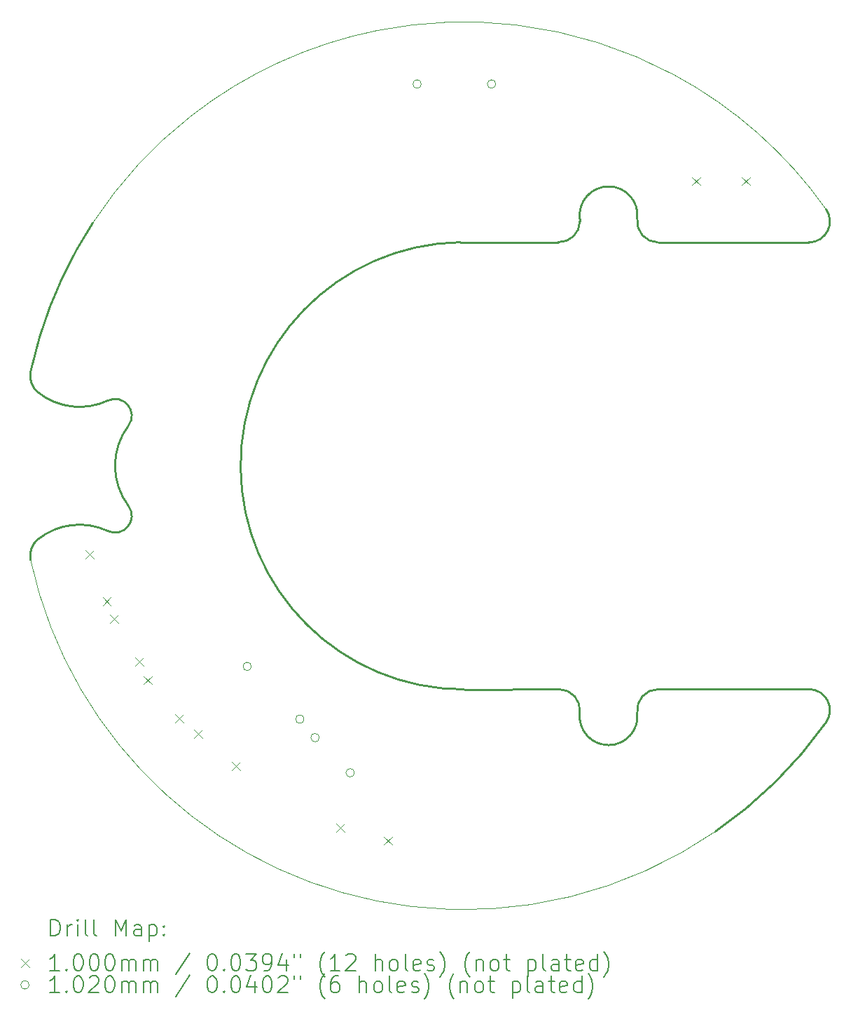
<source format=gbr>
%TF.GenerationSoftware,KiCad,Pcbnew,7.0.10*%
%TF.CreationDate,2024-08-19T09:52:39-07:00*%
%TF.ProjectId,LCP_PowerControl,4c43505f-506f-4776-9572-436f6e74726f,rev?*%
%TF.SameCoordinates,Original*%
%TF.FileFunction,Drillmap*%
%TF.FilePolarity,Positive*%
%FSLAX45Y45*%
G04 Gerber Fmt 4.5, Leading zero omitted, Abs format (unit mm)*
G04 Created by KiCad (PCBNEW 7.0.10) date 2024-08-19 09:52:39*
%MOMM*%
%LPD*%
G01*
G04 APERTURE LIST*
%ADD10C,0.250000*%
%ADD11C,0.100000*%
%ADD12C,0.200000*%
%ADD13C,0.102000*%
G04 APERTURE END LIST*
D10*
X6971539Y-8743220D02*
G75*
G03*
X7061774Y-8996096I248201J-53971D01*
G01*
X13609785Y-6899631D02*
X13609780Y-6927836D01*
X12166600Y-7181851D02*
G75*
G03*
X12211050Y-12583703I44450J-2700743D01*
G01*
X7905229Y-10670491D02*
G75*
G03*
X7061774Y-10769092I-342179J-729779D01*
G01*
X7905230Y-10670489D02*
G75*
G03*
X8152971Y-10366012I85876J183153D01*
G01*
X16379084Y-12581344D02*
X14557012Y-12581344D01*
X12166600Y-7181850D02*
X13347700Y-7181850D01*
X8152971Y-9399175D02*
G75*
G03*
X8152971Y-10366012I644954J-483419D01*
G01*
X13357588Y-12581344D02*
X12211050Y-12583703D01*
X7080250Y-8324850D02*
G75*
G03*
X6971446Y-8743199I5130800J-1557740D01*
G01*
X13347700Y-7181844D02*
G75*
G03*
X13609780Y-6927836I9890J252004D01*
G01*
X14557012Y-12581341D02*
G75*
G03*
X14304815Y-12865556I-2J-253999D01*
G01*
D11*
X16586347Y-6783013D02*
G75*
G03*
X14751942Y-5160892I-4375297J-3099587D01*
G01*
D10*
X14557012Y-7183844D02*
X16379084Y-7183844D01*
X14304815Y-6899631D02*
G75*
G03*
X13609785Y-6899631I-347515J41631D01*
G01*
X13609782Y-12865556D02*
G75*
G03*
X13357588Y-12581344I-252193J30216D01*
G01*
D11*
X8916138Y-5652447D02*
G75*
G03*
X7723383Y-6948066I3294912J-4230153D01*
G01*
X12839896Y-4557638D02*
G75*
G03*
X11163530Y-4623953I-628846J-5324962D01*
G01*
D10*
X7723383Y-6948066D02*
G75*
G03*
X7080346Y-8324879I4487667J-2934528D01*
G01*
D11*
X14751942Y-5160892D02*
G75*
G03*
X12839896Y-4557638I-2540892J-4721698D01*
G01*
D10*
X16584049Y-12985396D02*
G75*
G03*
X16379084Y-12581314I-204969J150056D01*
G01*
X8152973Y-9399177D02*
G75*
G03*
X7905230Y-9094699I-161863J121327D01*
G01*
X15250653Y-14299768D02*
G75*
G03*
X16584056Y-12985402I-3039603J4417168D01*
G01*
X7061773Y-8996098D02*
G75*
G03*
X7905230Y-9094699I501277J631178D01*
G01*
X16379084Y-7183841D02*
G75*
G03*
X16586345Y-6783014I-4J254002D01*
G01*
X13609785Y-12865556D02*
G75*
G03*
X14304788Y-12865329I347515J-41631D01*
G01*
X14304809Y-6899631D02*
G75*
G03*
X14557012Y-7183844I252201J-30209D01*
G01*
D11*
X11163530Y-4623952D02*
G75*
G03*
X8916137Y-5652446I1047520J-5258638D01*
G01*
D10*
X7061774Y-10769092D02*
G75*
G03*
X6971543Y-11021967I157969J-198902D01*
G01*
D11*
X11569610Y-15206046D02*
G75*
G03*
X15250652Y-14299767I641440J5323456D01*
G01*
X6971543Y-11021967D02*
G75*
G03*
X11569610Y-15206047I5239507J1139373D01*
G01*
D12*
D11*
X7636973Y-10904916D02*
X7736973Y-11004916D01*
X7736973Y-10904916D02*
X7636973Y-11004916D01*
X7842185Y-11468732D02*
X7942185Y-11568732D01*
X7942185Y-11468732D02*
X7842185Y-11568732D01*
X7933934Y-11680112D02*
X8033934Y-11780112D01*
X8033934Y-11680112D02*
X7933934Y-11780112D01*
X8233934Y-12199728D02*
X8333934Y-12299728D01*
X8333934Y-12199728D02*
X8233934Y-12299728D01*
X8334305Y-12423468D02*
X8434305Y-12523468D01*
X8434305Y-12423468D02*
X8334305Y-12523468D01*
X8719978Y-12883095D02*
X8819978Y-12983095D01*
X8819978Y-12883095D02*
X8719978Y-12983095D01*
X8947265Y-13072282D02*
X9047265Y-13172282D01*
X9047265Y-13072282D02*
X8947265Y-13172282D01*
X9406892Y-13457955D02*
X9506892Y-13557955D01*
X9506892Y-13457955D02*
X9406892Y-13557955D01*
X10663877Y-14205999D02*
X10763877Y-14305999D01*
X10763877Y-14205999D02*
X10663877Y-14305999D01*
X11243432Y-14361291D02*
X11343432Y-14461291D01*
X11343432Y-14361291D02*
X11243432Y-14461291D01*
X14966200Y-6394950D02*
X15066200Y-6494950D01*
X15066200Y-6394950D02*
X14966200Y-6494950D01*
X15566200Y-6394950D02*
X15666200Y-6494950D01*
X15666200Y-6394950D02*
X15566200Y-6494950D01*
D13*
X9640268Y-12306468D02*
G75*
G03*
X9538268Y-12306468I-51000J0D01*
G01*
X9538268Y-12306468D02*
G75*
G03*
X9640268Y-12306468I51000J0D01*
G01*
X10276664Y-12942864D02*
G75*
G03*
X10174664Y-12942864I-51000J0D01*
G01*
X10174664Y-12942864D02*
G75*
G03*
X10276664Y-12942864I51000J0D01*
G01*
X10460268Y-13166468D02*
G75*
G03*
X10358268Y-13166468I-51000J0D01*
G01*
X10358268Y-13166468D02*
G75*
G03*
X10460268Y-13166468I51000J0D01*
G01*
X10884532Y-13590732D02*
G75*
G03*
X10782532Y-13590732I-51000J0D01*
G01*
X10782532Y-13590732D02*
G75*
G03*
X10884532Y-13590732I51000J0D01*
G01*
X11694080Y-5270800D02*
G75*
G03*
X11592080Y-5270800I-51000J0D01*
G01*
X11592080Y-5270800D02*
G75*
G03*
X11694080Y-5270800I51000J0D01*
G01*
X12594080Y-5270800D02*
G75*
G03*
X12492080Y-5270800I-51000J0D01*
G01*
X12492080Y-5270800D02*
G75*
G03*
X12594080Y-5270800I51000J0D01*
G01*
D12*
X7214016Y-15561036D02*
X7214016Y-15361036D01*
X7214016Y-15361036D02*
X7261635Y-15361036D01*
X7261635Y-15361036D02*
X7290206Y-15370559D01*
X7290206Y-15370559D02*
X7309254Y-15389607D01*
X7309254Y-15389607D02*
X7318778Y-15408655D01*
X7318778Y-15408655D02*
X7328301Y-15446750D01*
X7328301Y-15446750D02*
X7328301Y-15475321D01*
X7328301Y-15475321D02*
X7318778Y-15513417D01*
X7318778Y-15513417D02*
X7309254Y-15532464D01*
X7309254Y-15532464D02*
X7290206Y-15551512D01*
X7290206Y-15551512D02*
X7261635Y-15561036D01*
X7261635Y-15561036D02*
X7214016Y-15561036D01*
X7414016Y-15561036D02*
X7414016Y-15427702D01*
X7414016Y-15465798D02*
X7423539Y-15446750D01*
X7423539Y-15446750D02*
X7433063Y-15437226D01*
X7433063Y-15437226D02*
X7452111Y-15427702D01*
X7452111Y-15427702D02*
X7471159Y-15427702D01*
X7537825Y-15561036D02*
X7537825Y-15427702D01*
X7537825Y-15361036D02*
X7528301Y-15370559D01*
X7528301Y-15370559D02*
X7537825Y-15380083D01*
X7537825Y-15380083D02*
X7547349Y-15370559D01*
X7547349Y-15370559D02*
X7537825Y-15361036D01*
X7537825Y-15361036D02*
X7537825Y-15380083D01*
X7661635Y-15561036D02*
X7642587Y-15551512D01*
X7642587Y-15551512D02*
X7633063Y-15532464D01*
X7633063Y-15532464D02*
X7633063Y-15361036D01*
X7766397Y-15561036D02*
X7747349Y-15551512D01*
X7747349Y-15551512D02*
X7737825Y-15532464D01*
X7737825Y-15532464D02*
X7737825Y-15361036D01*
X7994968Y-15561036D02*
X7994968Y-15361036D01*
X7994968Y-15361036D02*
X8061635Y-15503893D01*
X8061635Y-15503893D02*
X8128301Y-15361036D01*
X8128301Y-15361036D02*
X8128301Y-15561036D01*
X8309254Y-15561036D02*
X8309254Y-15456274D01*
X8309254Y-15456274D02*
X8299730Y-15437226D01*
X8299730Y-15437226D02*
X8280682Y-15427702D01*
X8280682Y-15427702D02*
X8242587Y-15427702D01*
X8242587Y-15427702D02*
X8223539Y-15437226D01*
X8309254Y-15551512D02*
X8290206Y-15561036D01*
X8290206Y-15561036D02*
X8242587Y-15561036D01*
X8242587Y-15561036D02*
X8223539Y-15551512D01*
X8223539Y-15551512D02*
X8214016Y-15532464D01*
X8214016Y-15532464D02*
X8214016Y-15513417D01*
X8214016Y-15513417D02*
X8223539Y-15494369D01*
X8223539Y-15494369D02*
X8242587Y-15484845D01*
X8242587Y-15484845D02*
X8290206Y-15484845D01*
X8290206Y-15484845D02*
X8309254Y-15475321D01*
X8404492Y-15427702D02*
X8404492Y-15627702D01*
X8404492Y-15437226D02*
X8423540Y-15427702D01*
X8423540Y-15427702D02*
X8461635Y-15427702D01*
X8461635Y-15427702D02*
X8480682Y-15437226D01*
X8480682Y-15437226D02*
X8490206Y-15446750D01*
X8490206Y-15446750D02*
X8499730Y-15465798D01*
X8499730Y-15465798D02*
X8499730Y-15522940D01*
X8499730Y-15522940D02*
X8490206Y-15541988D01*
X8490206Y-15541988D02*
X8480682Y-15551512D01*
X8480682Y-15551512D02*
X8461635Y-15561036D01*
X8461635Y-15561036D02*
X8423540Y-15561036D01*
X8423540Y-15561036D02*
X8404492Y-15551512D01*
X8585444Y-15541988D02*
X8594968Y-15551512D01*
X8594968Y-15551512D02*
X8585444Y-15561036D01*
X8585444Y-15561036D02*
X8575921Y-15551512D01*
X8575921Y-15551512D02*
X8585444Y-15541988D01*
X8585444Y-15541988D02*
X8585444Y-15561036D01*
X8585444Y-15437226D02*
X8594968Y-15446750D01*
X8594968Y-15446750D02*
X8585444Y-15456274D01*
X8585444Y-15456274D02*
X8575921Y-15446750D01*
X8575921Y-15446750D02*
X8585444Y-15437226D01*
X8585444Y-15437226D02*
X8585444Y-15456274D01*
D11*
X6853239Y-15839552D02*
X6953239Y-15939552D01*
X6953239Y-15839552D02*
X6853239Y-15939552D01*
D12*
X7318778Y-15981036D02*
X7204492Y-15981036D01*
X7261635Y-15981036D02*
X7261635Y-15781036D01*
X7261635Y-15781036D02*
X7242587Y-15809607D01*
X7242587Y-15809607D02*
X7223539Y-15828655D01*
X7223539Y-15828655D02*
X7204492Y-15838178D01*
X7404492Y-15961988D02*
X7414016Y-15971512D01*
X7414016Y-15971512D02*
X7404492Y-15981036D01*
X7404492Y-15981036D02*
X7394968Y-15971512D01*
X7394968Y-15971512D02*
X7404492Y-15961988D01*
X7404492Y-15961988D02*
X7404492Y-15981036D01*
X7537825Y-15781036D02*
X7556873Y-15781036D01*
X7556873Y-15781036D02*
X7575920Y-15790559D01*
X7575920Y-15790559D02*
X7585444Y-15800083D01*
X7585444Y-15800083D02*
X7594968Y-15819131D01*
X7594968Y-15819131D02*
X7604492Y-15857226D01*
X7604492Y-15857226D02*
X7604492Y-15904845D01*
X7604492Y-15904845D02*
X7594968Y-15942940D01*
X7594968Y-15942940D02*
X7585444Y-15961988D01*
X7585444Y-15961988D02*
X7575920Y-15971512D01*
X7575920Y-15971512D02*
X7556873Y-15981036D01*
X7556873Y-15981036D02*
X7537825Y-15981036D01*
X7537825Y-15981036D02*
X7518778Y-15971512D01*
X7518778Y-15971512D02*
X7509254Y-15961988D01*
X7509254Y-15961988D02*
X7499730Y-15942940D01*
X7499730Y-15942940D02*
X7490206Y-15904845D01*
X7490206Y-15904845D02*
X7490206Y-15857226D01*
X7490206Y-15857226D02*
X7499730Y-15819131D01*
X7499730Y-15819131D02*
X7509254Y-15800083D01*
X7509254Y-15800083D02*
X7518778Y-15790559D01*
X7518778Y-15790559D02*
X7537825Y-15781036D01*
X7728301Y-15781036D02*
X7747349Y-15781036D01*
X7747349Y-15781036D02*
X7766397Y-15790559D01*
X7766397Y-15790559D02*
X7775920Y-15800083D01*
X7775920Y-15800083D02*
X7785444Y-15819131D01*
X7785444Y-15819131D02*
X7794968Y-15857226D01*
X7794968Y-15857226D02*
X7794968Y-15904845D01*
X7794968Y-15904845D02*
X7785444Y-15942940D01*
X7785444Y-15942940D02*
X7775920Y-15961988D01*
X7775920Y-15961988D02*
X7766397Y-15971512D01*
X7766397Y-15971512D02*
X7747349Y-15981036D01*
X7747349Y-15981036D02*
X7728301Y-15981036D01*
X7728301Y-15981036D02*
X7709254Y-15971512D01*
X7709254Y-15971512D02*
X7699730Y-15961988D01*
X7699730Y-15961988D02*
X7690206Y-15942940D01*
X7690206Y-15942940D02*
X7680682Y-15904845D01*
X7680682Y-15904845D02*
X7680682Y-15857226D01*
X7680682Y-15857226D02*
X7690206Y-15819131D01*
X7690206Y-15819131D02*
X7699730Y-15800083D01*
X7699730Y-15800083D02*
X7709254Y-15790559D01*
X7709254Y-15790559D02*
X7728301Y-15781036D01*
X7918778Y-15781036D02*
X7937825Y-15781036D01*
X7937825Y-15781036D02*
X7956873Y-15790559D01*
X7956873Y-15790559D02*
X7966397Y-15800083D01*
X7966397Y-15800083D02*
X7975920Y-15819131D01*
X7975920Y-15819131D02*
X7985444Y-15857226D01*
X7985444Y-15857226D02*
X7985444Y-15904845D01*
X7985444Y-15904845D02*
X7975920Y-15942940D01*
X7975920Y-15942940D02*
X7966397Y-15961988D01*
X7966397Y-15961988D02*
X7956873Y-15971512D01*
X7956873Y-15971512D02*
X7937825Y-15981036D01*
X7937825Y-15981036D02*
X7918778Y-15981036D01*
X7918778Y-15981036D02*
X7899730Y-15971512D01*
X7899730Y-15971512D02*
X7890206Y-15961988D01*
X7890206Y-15961988D02*
X7880682Y-15942940D01*
X7880682Y-15942940D02*
X7871159Y-15904845D01*
X7871159Y-15904845D02*
X7871159Y-15857226D01*
X7871159Y-15857226D02*
X7880682Y-15819131D01*
X7880682Y-15819131D02*
X7890206Y-15800083D01*
X7890206Y-15800083D02*
X7899730Y-15790559D01*
X7899730Y-15790559D02*
X7918778Y-15781036D01*
X8071159Y-15981036D02*
X8071159Y-15847702D01*
X8071159Y-15866750D02*
X8080682Y-15857226D01*
X8080682Y-15857226D02*
X8099730Y-15847702D01*
X8099730Y-15847702D02*
X8128301Y-15847702D01*
X8128301Y-15847702D02*
X8147349Y-15857226D01*
X8147349Y-15857226D02*
X8156873Y-15876274D01*
X8156873Y-15876274D02*
X8156873Y-15981036D01*
X8156873Y-15876274D02*
X8166397Y-15857226D01*
X8166397Y-15857226D02*
X8185444Y-15847702D01*
X8185444Y-15847702D02*
X8214016Y-15847702D01*
X8214016Y-15847702D02*
X8233063Y-15857226D01*
X8233063Y-15857226D02*
X8242587Y-15876274D01*
X8242587Y-15876274D02*
X8242587Y-15981036D01*
X8337825Y-15981036D02*
X8337825Y-15847702D01*
X8337825Y-15866750D02*
X8347349Y-15857226D01*
X8347349Y-15857226D02*
X8366397Y-15847702D01*
X8366397Y-15847702D02*
X8394968Y-15847702D01*
X8394968Y-15847702D02*
X8414016Y-15857226D01*
X8414016Y-15857226D02*
X8423540Y-15876274D01*
X8423540Y-15876274D02*
X8423540Y-15981036D01*
X8423540Y-15876274D02*
X8433063Y-15857226D01*
X8433063Y-15857226D02*
X8452111Y-15847702D01*
X8452111Y-15847702D02*
X8480682Y-15847702D01*
X8480682Y-15847702D02*
X8499730Y-15857226D01*
X8499730Y-15857226D02*
X8509254Y-15876274D01*
X8509254Y-15876274D02*
X8509254Y-15981036D01*
X8899730Y-15771512D02*
X8728302Y-16028655D01*
X9156873Y-15781036D02*
X9175921Y-15781036D01*
X9175921Y-15781036D02*
X9194968Y-15790559D01*
X9194968Y-15790559D02*
X9204492Y-15800083D01*
X9204492Y-15800083D02*
X9214016Y-15819131D01*
X9214016Y-15819131D02*
X9223540Y-15857226D01*
X9223540Y-15857226D02*
X9223540Y-15904845D01*
X9223540Y-15904845D02*
X9214016Y-15942940D01*
X9214016Y-15942940D02*
X9204492Y-15961988D01*
X9204492Y-15961988D02*
X9194968Y-15971512D01*
X9194968Y-15971512D02*
X9175921Y-15981036D01*
X9175921Y-15981036D02*
X9156873Y-15981036D01*
X9156873Y-15981036D02*
X9137825Y-15971512D01*
X9137825Y-15971512D02*
X9128302Y-15961988D01*
X9128302Y-15961988D02*
X9118778Y-15942940D01*
X9118778Y-15942940D02*
X9109254Y-15904845D01*
X9109254Y-15904845D02*
X9109254Y-15857226D01*
X9109254Y-15857226D02*
X9118778Y-15819131D01*
X9118778Y-15819131D02*
X9128302Y-15800083D01*
X9128302Y-15800083D02*
X9137825Y-15790559D01*
X9137825Y-15790559D02*
X9156873Y-15781036D01*
X9309254Y-15961988D02*
X9318778Y-15971512D01*
X9318778Y-15971512D02*
X9309254Y-15981036D01*
X9309254Y-15981036D02*
X9299730Y-15971512D01*
X9299730Y-15971512D02*
X9309254Y-15961988D01*
X9309254Y-15961988D02*
X9309254Y-15981036D01*
X9442587Y-15781036D02*
X9461635Y-15781036D01*
X9461635Y-15781036D02*
X9480683Y-15790559D01*
X9480683Y-15790559D02*
X9490206Y-15800083D01*
X9490206Y-15800083D02*
X9499730Y-15819131D01*
X9499730Y-15819131D02*
X9509254Y-15857226D01*
X9509254Y-15857226D02*
X9509254Y-15904845D01*
X9509254Y-15904845D02*
X9499730Y-15942940D01*
X9499730Y-15942940D02*
X9490206Y-15961988D01*
X9490206Y-15961988D02*
X9480683Y-15971512D01*
X9480683Y-15971512D02*
X9461635Y-15981036D01*
X9461635Y-15981036D02*
X9442587Y-15981036D01*
X9442587Y-15981036D02*
X9423540Y-15971512D01*
X9423540Y-15971512D02*
X9414016Y-15961988D01*
X9414016Y-15961988D02*
X9404492Y-15942940D01*
X9404492Y-15942940D02*
X9394968Y-15904845D01*
X9394968Y-15904845D02*
X9394968Y-15857226D01*
X9394968Y-15857226D02*
X9404492Y-15819131D01*
X9404492Y-15819131D02*
X9414016Y-15800083D01*
X9414016Y-15800083D02*
X9423540Y-15790559D01*
X9423540Y-15790559D02*
X9442587Y-15781036D01*
X9575921Y-15781036D02*
X9699730Y-15781036D01*
X9699730Y-15781036D02*
X9633064Y-15857226D01*
X9633064Y-15857226D02*
X9661635Y-15857226D01*
X9661635Y-15857226D02*
X9680683Y-15866750D01*
X9680683Y-15866750D02*
X9690206Y-15876274D01*
X9690206Y-15876274D02*
X9699730Y-15895321D01*
X9699730Y-15895321D02*
X9699730Y-15942940D01*
X9699730Y-15942940D02*
X9690206Y-15961988D01*
X9690206Y-15961988D02*
X9680683Y-15971512D01*
X9680683Y-15971512D02*
X9661635Y-15981036D01*
X9661635Y-15981036D02*
X9604492Y-15981036D01*
X9604492Y-15981036D02*
X9585445Y-15971512D01*
X9585445Y-15971512D02*
X9575921Y-15961988D01*
X9794968Y-15981036D02*
X9833064Y-15981036D01*
X9833064Y-15981036D02*
X9852111Y-15971512D01*
X9852111Y-15971512D02*
X9861635Y-15961988D01*
X9861635Y-15961988D02*
X9880683Y-15933417D01*
X9880683Y-15933417D02*
X9890206Y-15895321D01*
X9890206Y-15895321D02*
X9890206Y-15819131D01*
X9890206Y-15819131D02*
X9880683Y-15800083D01*
X9880683Y-15800083D02*
X9871159Y-15790559D01*
X9871159Y-15790559D02*
X9852111Y-15781036D01*
X9852111Y-15781036D02*
X9814016Y-15781036D01*
X9814016Y-15781036D02*
X9794968Y-15790559D01*
X9794968Y-15790559D02*
X9785445Y-15800083D01*
X9785445Y-15800083D02*
X9775921Y-15819131D01*
X9775921Y-15819131D02*
X9775921Y-15866750D01*
X9775921Y-15866750D02*
X9785445Y-15885798D01*
X9785445Y-15885798D02*
X9794968Y-15895321D01*
X9794968Y-15895321D02*
X9814016Y-15904845D01*
X9814016Y-15904845D02*
X9852111Y-15904845D01*
X9852111Y-15904845D02*
X9871159Y-15895321D01*
X9871159Y-15895321D02*
X9880683Y-15885798D01*
X9880683Y-15885798D02*
X9890206Y-15866750D01*
X10061635Y-15847702D02*
X10061635Y-15981036D01*
X10014016Y-15771512D02*
X9966397Y-15914369D01*
X9966397Y-15914369D02*
X10090206Y-15914369D01*
X10156873Y-15781036D02*
X10156873Y-15819131D01*
X10233064Y-15781036D02*
X10233064Y-15819131D01*
X10528302Y-16057226D02*
X10518778Y-16047702D01*
X10518778Y-16047702D02*
X10499730Y-16019131D01*
X10499730Y-16019131D02*
X10490207Y-16000083D01*
X10490207Y-16000083D02*
X10480683Y-15971512D01*
X10480683Y-15971512D02*
X10471159Y-15923893D01*
X10471159Y-15923893D02*
X10471159Y-15885798D01*
X10471159Y-15885798D02*
X10480683Y-15838178D01*
X10480683Y-15838178D02*
X10490207Y-15809607D01*
X10490207Y-15809607D02*
X10499730Y-15790559D01*
X10499730Y-15790559D02*
X10518778Y-15761988D01*
X10518778Y-15761988D02*
X10528302Y-15752464D01*
X10709254Y-15981036D02*
X10594968Y-15981036D01*
X10652111Y-15981036D02*
X10652111Y-15781036D01*
X10652111Y-15781036D02*
X10633064Y-15809607D01*
X10633064Y-15809607D02*
X10614016Y-15828655D01*
X10614016Y-15828655D02*
X10594968Y-15838178D01*
X10785445Y-15800083D02*
X10794968Y-15790559D01*
X10794968Y-15790559D02*
X10814016Y-15781036D01*
X10814016Y-15781036D02*
X10861635Y-15781036D01*
X10861635Y-15781036D02*
X10880683Y-15790559D01*
X10880683Y-15790559D02*
X10890207Y-15800083D01*
X10890207Y-15800083D02*
X10899730Y-15819131D01*
X10899730Y-15819131D02*
X10899730Y-15838178D01*
X10899730Y-15838178D02*
X10890207Y-15866750D01*
X10890207Y-15866750D02*
X10775921Y-15981036D01*
X10775921Y-15981036D02*
X10899730Y-15981036D01*
X11137826Y-15981036D02*
X11137826Y-15781036D01*
X11223540Y-15981036D02*
X11223540Y-15876274D01*
X11223540Y-15876274D02*
X11214016Y-15857226D01*
X11214016Y-15857226D02*
X11194968Y-15847702D01*
X11194968Y-15847702D02*
X11166397Y-15847702D01*
X11166397Y-15847702D02*
X11147349Y-15857226D01*
X11147349Y-15857226D02*
X11137826Y-15866750D01*
X11347349Y-15981036D02*
X11328302Y-15971512D01*
X11328302Y-15971512D02*
X11318778Y-15961988D01*
X11318778Y-15961988D02*
X11309254Y-15942940D01*
X11309254Y-15942940D02*
X11309254Y-15885798D01*
X11309254Y-15885798D02*
X11318778Y-15866750D01*
X11318778Y-15866750D02*
X11328302Y-15857226D01*
X11328302Y-15857226D02*
X11347349Y-15847702D01*
X11347349Y-15847702D02*
X11375921Y-15847702D01*
X11375921Y-15847702D02*
X11394968Y-15857226D01*
X11394968Y-15857226D02*
X11404492Y-15866750D01*
X11404492Y-15866750D02*
X11414016Y-15885798D01*
X11414016Y-15885798D02*
X11414016Y-15942940D01*
X11414016Y-15942940D02*
X11404492Y-15961988D01*
X11404492Y-15961988D02*
X11394968Y-15971512D01*
X11394968Y-15971512D02*
X11375921Y-15981036D01*
X11375921Y-15981036D02*
X11347349Y-15981036D01*
X11528302Y-15981036D02*
X11509254Y-15971512D01*
X11509254Y-15971512D02*
X11499730Y-15952464D01*
X11499730Y-15952464D02*
X11499730Y-15781036D01*
X11680683Y-15971512D02*
X11661635Y-15981036D01*
X11661635Y-15981036D02*
X11623540Y-15981036D01*
X11623540Y-15981036D02*
X11604492Y-15971512D01*
X11604492Y-15971512D02*
X11594968Y-15952464D01*
X11594968Y-15952464D02*
X11594968Y-15876274D01*
X11594968Y-15876274D02*
X11604492Y-15857226D01*
X11604492Y-15857226D02*
X11623540Y-15847702D01*
X11623540Y-15847702D02*
X11661635Y-15847702D01*
X11661635Y-15847702D02*
X11680683Y-15857226D01*
X11680683Y-15857226D02*
X11690207Y-15876274D01*
X11690207Y-15876274D02*
X11690207Y-15895321D01*
X11690207Y-15895321D02*
X11594968Y-15914369D01*
X11766397Y-15971512D02*
X11785445Y-15981036D01*
X11785445Y-15981036D02*
X11823540Y-15981036D01*
X11823540Y-15981036D02*
X11842588Y-15971512D01*
X11842588Y-15971512D02*
X11852111Y-15952464D01*
X11852111Y-15952464D02*
X11852111Y-15942940D01*
X11852111Y-15942940D02*
X11842588Y-15923893D01*
X11842588Y-15923893D02*
X11823540Y-15914369D01*
X11823540Y-15914369D02*
X11794968Y-15914369D01*
X11794968Y-15914369D02*
X11775921Y-15904845D01*
X11775921Y-15904845D02*
X11766397Y-15885798D01*
X11766397Y-15885798D02*
X11766397Y-15876274D01*
X11766397Y-15876274D02*
X11775921Y-15857226D01*
X11775921Y-15857226D02*
X11794968Y-15847702D01*
X11794968Y-15847702D02*
X11823540Y-15847702D01*
X11823540Y-15847702D02*
X11842588Y-15857226D01*
X11918778Y-16057226D02*
X11928302Y-16047702D01*
X11928302Y-16047702D02*
X11947349Y-16019131D01*
X11947349Y-16019131D02*
X11956873Y-16000083D01*
X11956873Y-16000083D02*
X11966397Y-15971512D01*
X11966397Y-15971512D02*
X11975921Y-15923893D01*
X11975921Y-15923893D02*
X11975921Y-15885798D01*
X11975921Y-15885798D02*
X11966397Y-15838178D01*
X11966397Y-15838178D02*
X11956873Y-15809607D01*
X11956873Y-15809607D02*
X11947349Y-15790559D01*
X11947349Y-15790559D02*
X11928302Y-15761988D01*
X11928302Y-15761988D02*
X11918778Y-15752464D01*
X12280683Y-16057226D02*
X12271159Y-16047702D01*
X12271159Y-16047702D02*
X12252111Y-16019131D01*
X12252111Y-16019131D02*
X12242588Y-16000083D01*
X12242588Y-16000083D02*
X12233064Y-15971512D01*
X12233064Y-15971512D02*
X12223540Y-15923893D01*
X12223540Y-15923893D02*
X12223540Y-15885798D01*
X12223540Y-15885798D02*
X12233064Y-15838178D01*
X12233064Y-15838178D02*
X12242588Y-15809607D01*
X12242588Y-15809607D02*
X12252111Y-15790559D01*
X12252111Y-15790559D02*
X12271159Y-15761988D01*
X12271159Y-15761988D02*
X12280683Y-15752464D01*
X12356873Y-15847702D02*
X12356873Y-15981036D01*
X12356873Y-15866750D02*
X12366397Y-15857226D01*
X12366397Y-15857226D02*
X12385445Y-15847702D01*
X12385445Y-15847702D02*
X12414016Y-15847702D01*
X12414016Y-15847702D02*
X12433064Y-15857226D01*
X12433064Y-15857226D02*
X12442588Y-15876274D01*
X12442588Y-15876274D02*
X12442588Y-15981036D01*
X12566397Y-15981036D02*
X12547349Y-15971512D01*
X12547349Y-15971512D02*
X12537826Y-15961988D01*
X12537826Y-15961988D02*
X12528302Y-15942940D01*
X12528302Y-15942940D02*
X12528302Y-15885798D01*
X12528302Y-15885798D02*
X12537826Y-15866750D01*
X12537826Y-15866750D02*
X12547349Y-15857226D01*
X12547349Y-15857226D02*
X12566397Y-15847702D01*
X12566397Y-15847702D02*
X12594969Y-15847702D01*
X12594969Y-15847702D02*
X12614016Y-15857226D01*
X12614016Y-15857226D02*
X12623540Y-15866750D01*
X12623540Y-15866750D02*
X12633064Y-15885798D01*
X12633064Y-15885798D02*
X12633064Y-15942940D01*
X12633064Y-15942940D02*
X12623540Y-15961988D01*
X12623540Y-15961988D02*
X12614016Y-15971512D01*
X12614016Y-15971512D02*
X12594969Y-15981036D01*
X12594969Y-15981036D02*
X12566397Y-15981036D01*
X12690207Y-15847702D02*
X12766397Y-15847702D01*
X12718778Y-15781036D02*
X12718778Y-15952464D01*
X12718778Y-15952464D02*
X12728302Y-15971512D01*
X12728302Y-15971512D02*
X12747349Y-15981036D01*
X12747349Y-15981036D02*
X12766397Y-15981036D01*
X12985445Y-15847702D02*
X12985445Y-16047702D01*
X12985445Y-15857226D02*
X13004492Y-15847702D01*
X13004492Y-15847702D02*
X13042588Y-15847702D01*
X13042588Y-15847702D02*
X13061635Y-15857226D01*
X13061635Y-15857226D02*
X13071159Y-15866750D01*
X13071159Y-15866750D02*
X13080683Y-15885798D01*
X13080683Y-15885798D02*
X13080683Y-15942940D01*
X13080683Y-15942940D02*
X13071159Y-15961988D01*
X13071159Y-15961988D02*
X13061635Y-15971512D01*
X13061635Y-15971512D02*
X13042588Y-15981036D01*
X13042588Y-15981036D02*
X13004492Y-15981036D01*
X13004492Y-15981036D02*
X12985445Y-15971512D01*
X13194969Y-15981036D02*
X13175921Y-15971512D01*
X13175921Y-15971512D02*
X13166397Y-15952464D01*
X13166397Y-15952464D02*
X13166397Y-15781036D01*
X13356873Y-15981036D02*
X13356873Y-15876274D01*
X13356873Y-15876274D02*
X13347350Y-15857226D01*
X13347350Y-15857226D02*
X13328302Y-15847702D01*
X13328302Y-15847702D02*
X13290207Y-15847702D01*
X13290207Y-15847702D02*
X13271159Y-15857226D01*
X13356873Y-15971512D02*
X13337826Y-15981036D01*
X13337826Y-15981036D02*
X13290207Y-15981036D01*
X13290207Y-15981036D02*
X13271159Y-15971512D01*
X13271159Y-15971512D02*
X13261635Y-15952464D01*
X13261635Y-15952464D02*
X13261635Y-15933417D01*
X13261635Y-15933417D02*
X13271159Y-15914369D01*
X13271159Y-15914369D02*
X13290207Y-15904845D01*
X13290207Y-15904845D02*
X13337826Y-15904845D01*
X13337826Y-15904845D02*
X13356873Y-15895321D01*
X13423540Y-15847702D02*
X13499730Y-15847702D01*
X13452111Y-15781036D02*
X13452111Y-15952464D01*
X13452111Y-15952464D02*
X13461635Y-15971512D01*
X13461635Y-15971512D02*
X13480683Y-15981036D01*
X13480683Y-15981036D02*
X13499730Y-15981036D01*
X13642588Y-15971512D02*
X13623540Y-15981036D01*
X13623540Y-15981036D02*
X13585445Y-15981036D01*
X13585445Y-15981036D02*
X13566397Y-15971512D01*
X13566397Y-15971512D02*
X13556873Y-15952464D01*
X13556873Y-15952464D02*
X13556873Y-15876274D01*
X13556873Y-15876274D02*
X13566397Y-15857226D01*
X13566397Y-15857226D02*
X13585445Y-15847702D01*
X13585445Y-15847702D02*
X13623540Y-15847702D01*
X13623540Y-15847702D02*
X13642588Y-15857226D01*
X13642588Y-15857226D02*
X13652111Y-15876274D01*
X13652111Y-15876274D02*
X13652111Y-15895321D01*
X13652111Y-15895321D02*
X13556873Y-15914369D01*
X13823540Y-15981036D02*
X13823540Y-15781036D01*
X13823540Y-15971512D02*
X13804492Y-15981036D01*
X13804492Y-15981036D02*
X13766397Y-15981036D01*
X13766397Y-15981036D02*
X13747350Y-15971512D01*
X13747350Y-15971512D02*
X13737826Y-15961988D01*
X13737826Y-15961988D02*
X13728302Y-15942940D01*
X13728302Y-15942940D02*
X13728302Y-15885798D01*
X13728302Y-15885798D02*
X13737826Y-15866750D01*
X13737826Y-15866750D02*
X13747350Y-15857226D01*
X13747350Y-15857226D02*
X13766397Y-15847702D01*
X13766397Y-15847702D02*
X13804492Y-15847702D01*
X13804492Y-15847702D02*
X13823540Y-15857226D01*
X13899731Y-16057226D02*
X13909254Y-16047702D01*
X13909254Y-16047702D02*
X13928302Y-16019131D01*
X13928302Y-16019131D02*
X13937826Y-16000083D01*
X13937826Y-16000083D02*
X13947350Y-15971512D01*
X13947350Y-15971512D02*
X13956873Y-15923893D01*
X13956873Y-15923893D02*
X13956873Y-15885798D01*
X13956873Y-15885798D02*
X13947350Y-15838178D01*
X13947350Y-15838178D02*
X13937826Y-15809607D01*
X13937826Y-15809607D02*
X13928302Y-15790559D01*
X13928302Y-15790559D02*
X13909254Y-15761988D01*
X13909254Y-15761988D02*
X13899731Y-15752464D01*
D13*
X6953239Y-16153552D02*
G75*
G03*
X6851239Y-16153552I-51000J0D01*
G01*
X6851239Y-16153552D02*
G75*
G03*
X6953239Y-16153552I51000J0D01*
G01*
D12*
X7318778Y-16245036D02*
X7204492Y-16245036D01*
X7261635Y-16245036D02*
X7261635Y-16045036D01*
X7261635Y-16045036D02*
X7242587Y-16073607D01*
X7242587Y-16073607D02*
X7223539Y-16092655D01*
X7223539Y-16092655D02*
X7204492Y-16102178D01*
X7404492Y-16225988D02*
X7414016Y-16235512D01*
X7414016Y-16235512D02*
X7404492Y-16245036D01*
X7404492Y-16245036D02*
X7394968Y-16235512D01*
X7394968Y-16235512D02*
X7404492Y-16225988D01*
X7404492Y-16225988D02*
X7404492Y-16245036D01*
X7537825Y-16045036D02*
X7556873Y-16045036D01*
X7556873Y-16045036D02*
X7575920Y-16054559D01*
X7575920Y-16054559D02*
X7585444Y-16064083D01*
X7585444Y-16064083D02*
X7594968Y-16083131D01*
X7594968Y-16083131D02*
X7604492Y-16121226D01*
X7604492Y-16121226D02*
X7604492Y-16168845D01*
X7604492Y-16168845D02*
X7594968Y-16206940D01*
X7594968Y-16206940D02*
X7585444Y-16225988D01*
X7585444Y-16225988D02*
X7575920Y-16235512D01*
X7575920Y-16235512D02*
X7556873Y-16245036D01*
X7556873Y-16245036D02*
X7537825Y-16245036D01*
X7537825Y-16245036D02*
X7518778Y-16235512D01*
X7518778Y-16235512D02*
X7509254Y-16225988D01*
X7509254Y-16225988D02*
X7499730Y-16206940D01*
X7499730Y-16206940D02*
X7490206Y-16168845D01*
X7490206Y-16168845D02*
X7490206Y-16121226D01*
X7490206Y-16121226D02*
X7499730Y-16083131D01*
X7499730Y-16083131D02*
X7509254Y-16064083D01*
X7509254Y-16064083D02*
X7518778Y-16054559D01*
X7518778Y-16054559D02*
X7537825Y-16045036D01*
X7680682Y-16064083D02*
X7690206Y-16054559D01*
X7690206Y-16054559D02*
X7709254Y-16045036D01*
X7709254Y-16045036D02*
X7756873Y-16045036D01*
X7756873Y-16045036D02*
X7775920Y-16054559D01*
X7775920Y-16054559D02*
X7785444Y-16064083D01*
X7785444Y-16064083D02*
X7794968Y-16083131D01*
X7794968Y-16083131D02*
X7794968Y-16102178D01*
X7794968Y-16102178D02*
X7785444Y-16130750D01*
X7785444Y-16130750D02*
X7671159Y-16245036D01*
X7671159Y-16245036D02*
X7794968Y-16245036D01*
X7918778Y-16045036D02*
X7937825Y-16045036D01*
X7937825Y-16045036D02*
X7956873Y-16054559D01*
X7956873Y-16054559D02*
X7966397Y-16064083D01*
X7966397Y-16064083D02*
X7975920Y-16083131D01*
X7975920Y-16083131D02*
X7985444Y-16121226D01*
X7985444Y-16121226D02*
X7985444Y-16168845D01*
X7985444Y-16168845D02*
X7975920Y-16206940D01*
X7975920Y-16206940D02*
X7966397Y-16225988D01*
X7966397Y-16225988D02*
X7956873Y-16235512D01*
X7956873Y-16235512D02*
X7937825Y-16245036D01*
X7937825Y-16245036D02*
X7918778Y-16245036D01*
X7918778Y-16245036D02*
X7899730Y-16235512D01*
X7899730Y-16235512D02*
X7890206Y-16225988D01*
X7890206Y-16225988D02*
X7880682Y-16206940D01*
X7880682Y-16206940D02*
X7871159Y-16168845D01*
X7871159Y-16168845D02*
X7871159Y-16121226D01*
X7871159Y-16121226D02*
X7880682Y-16083131D01*
X7880682Y-16083131D02*
X7890206Y-16064083D01*
X7890206Y-16064083D02*
X7899730Y-16054559D01*
X7899730Y-16054559D02*
X7918778Y-16045036D01*
X8071159Y-16245036D02*
X8071159Y-16111702D01*
X8071159Y-16130750D02*
X8080682Y-16121226D01*
X8080682Y-16121226D02*
X8099730Y-16111702D01*
X8099730Y-16111702D02*
X8128301Y-16111702D01*
X8128301Y-16111702D02*
X8147349Y-16121226D01*
X8147349Y-16121226D02*
X8156873Y-16140274D01*
X8156873Y-16140274D02*
X8156873Y-16245036D01*
X8156873Y-16140274D02*
X8166397Y-16121226D01*
X8166397Y-16121226D02*
X8185444Y-16111702D01*
X8185444Y-16111702D02*
X8214016Y-16111702D01*
X8214016Y-16111702D02*
X8233063Y-16121226D01*
X8233063Y-16121226D02*
X8242587Y-16140274D01*
X8242587Y-16140274D02*
X8242587Y-16245036D01*
X8337825Y-16245036D02*
X8337825Y-16111702D01*
X8337825Y-16130750D02*
X8347349Y-16121226D01*
X8347349Y-16121226D02*
X8366397Y-16111702D01*
X8366397Y-16111702D02*
X8394968Y-16111702D01*
X8394968Y-16111702D02*
X8414016Y-16121226D01*
X8414016Y-16121226D02*
X8423540Y-16140274D01*
X8423540Y-16140274D02*
X8423540Y-16245036D01*
X8423540Y-16140274D02*
X8433063Y-16121226D01*
X8433063Y-16121226D02*
X8452111Y-16111702D01*
X8452111Y-16111702D02*
X8480682Y-16111702D01*
X8480682Y-16111702D02*
X8499730Y-16121226D01*
X8499730Y-16121226D02*
X8509254Y-16140274D01*
X8509254Y-16140274D02*
X8509254Y-16245036D01*
X8899730Y-16035512D02*
X8728302Y-16292655D01*
X9156873Y-16045036D02*
X9175921Y-16045036D01*
X9175921Y-16045036D02*
X9194968Y-16054559D01*
X9194968Y-16054559D02*
X9204492Y-16064083D01*
X9204492Y-16064083D02*
X9214016Y-16083131D01*
X9214016Y-16083131D02*
X9223540Y-16121226D01*
X9223540Y-16121226D02*
X9223540Y-16168845D01*
X9223540Y-16168845D02*
X9214016Y-16206940D01*
X9214016Y-16206940D02*
X9204492Y-16225988D01*
X9204492Y-16225988D02*
X9194968Y-16235512D01*
X9194968Y-16235512D02*
X9175921Y-16245036D01*
X9175921Y-16245036D02*
X9156873Y-16245036D01*
X9156873Y-16245036D02*
X9137825Y-16235512D01*
X9137825Y-16235512D02*
X9128302Y-16225988D01*
X9128302Y-16225988D02*
X9118778Y-16206940D01*
X9118778Y-16206940D02*
X9109254Y-16168845D01*
X9109254Y-16168845D02*
X9109254Y-16121226D01*
X9109254Y-16121226D02*
X9118778Y-16083131D01*
X9118778Y-16083131D02*
X9128302Y-16064083D01*
X9128302Y-16064083D02*
X9137825Y-16054559D01*
X9137825Y-16054559D02*
X9156873Y-16045036D01*
X9309254Y-16225988D02*
X9318778Y-16235512D01*
X9318778Y-16235512D02*
X9309254Y-16245036D01*
X9309254Y-16245036D02*
X9299730Y-16235512D01*
X9299730Y-16235512D02*
X9309254Y-16225988D01*
X9309254Y-16225988D02*
X9309254Y-16245036D01*
X9442587Y-16045036D02*
X9461635Y-16045036D01*
X9461635Y-16045036D02*
X9480683Y-16054559D01*
X9480683Y-16054559D02*
X9490206Y-16064083D01*
X9490206Y-16064083D02*
X9499730Y-16083131D01*
X9499730Y-16083131D02*
X9509254Y-16121226D01*
X9509254Y-16121226D02*
X9509254Y-16168845D01*
X9509254Y-16168845D02*
X9499730Y-16206940D01*
X9499730Y-16206940D02*
X9490206Y-16225988D01*
X9490206Y-16225988D02*
X9480683Y-16235512D01*
X9480683Y-16235512D02*
X9461635Y-16245036D01*
X9461635Y-16245036D02*
X9442587Y-16245036D01*
X9442587Y-16245036D02*
X9423540Y-16235512D01*
X9423540Y-16235512D02*
X9414016Y-16225988D01*
X9414016Y-16225988D02*
X9404492Y-16206940D01*
X9404492Y-16206940D02*
X9394968Y-16168845D01*
X9394968Y-16168845D02*
X9394968Y-16121226D01*
X9394968Y-16121226D02*
X9404492Y-16083131D01*
X9404492Y-16083131D02*
X9414016Y-16064083D01*
X9414016Y-16064083D02*
X9423540Y-16054559D01*
X9423540Y-16054559D02*
X9442587Y-16045036D01*
X9680683Y-16111702D02*
X9680683Y-16245036D01*
X9633064Y-16035512D02*
X9585445Y-16178369D01*
X9585445Y-16178369D02*
X9709254Y-16178369D01*
X9823540Y-16045036D02*
X9842587Y-16045036D01*
X9842587Y-16045036D02*
X9861635Y-16054559D01*
X9861635Y-16054559D02*
X9871159Y-16064083D01*
X9871159Y-16064083D02*
X9880683Y-16083131D01*
X9880683Y-16083131D02*
X9890206Y-16121226D01*
X9890206Y-16121226D02*
X9890206Y-16168845D01*
X9890206Y-16168845D02*
X9880683Y-16206940D01*
X9880683Y-16206940D02*
X9871159Y-16225988D01*
X9871159Y-16225988D02*
X9861635Y-16235512D01*
X9861635Y-16235512D02*
X9842587Y-16245036D01*
X9842587Y-16245036D02*
X9823540Y-16245036D01*
X9823540Y-16245036D02*
X9804492Y-16235512D01*
X9804492Y-16235512D02*
X9794968Y-16225988D01*
X9794968Y-16225988D02*
X9785445Y-16206940D01*
X9785445Y-16206940D02*
X9775921Y-16168845D01*
X9775921Y-16168845D02*
X9775921Y-16121226D01*
X9775921Y-16121226D02*
X9785445Y-16083131D01*
X9785445Y-16083131D02*
X9794968Y-16064083D01*
X9794968Y-16064083D02*
X9804492Y-16054559D01*
X9804492Y-16054559D02*
X9823540Y-16045036D01*
X9966397Y-16064083D02*
X9975921Y-16054559D01*
X9975921Y-16054559D02*
X9994968Y-16045036D01*
X9994968Y-16045036D02*
X10042587Y-16045036D01*
X10042587Y-16045036D02*
X10061635Y-16054559D01*
X10061635Y-16054559D02*
X10071159Y-16064083D01*
X10071159Y-16064083D02*
X10080683Y-16083131D01*
X10080683Y-16083131D02*
X10080683Y-16102178D01*
X10080683Y-16102178D02*
X10071159Y-16130750D01*
X10071159Y-16130750D02*
X9956873Y-16245036D01*
X9956873Y-16245036D02*
X10080683Y-16245036D01*
X10156873Y-16045036D02*
X10156873Y-16083131D01*
X10233064Y-16045036D02*
X10233064Y-16083131D01*
X10528302Y-16321226D02*
X10518778Y-16311702D01*
X10518778Y-16311702D02*
X10499730Y-16283131D01*
X10499730Y-16283131D02*
X10490207Y-16264083D01*
X10490207Y-16264083D02*
X10480683Y-16235512D01*
X10480683Y-16235512D02*
X10471159Y-16187893D01*
X10471159Y-16187893D02*
X10471159Y-16149798D01*
X10471159Y-16149798D02*
X10480683Y-16102178D01*
X10480683Y-16102178D02*
X10490207Y-16073607D01*
X10490207Y-16073607D02*
X10499730Y-16054559D01*
X10499730Y-16054559D02*
X10518778Y-16025988D01*
X10518778Y-16025988D02*
X10528302Y-16016464D01*
X10690207Y-16045036D02*
X10652111Y-16045036D01*
X10652111Y-16045036D02*
X10633064Y-16054559D01*
X10633064Y-16054559D02*
X10623540Y-16064083D01*
X10623540Y-16064083D02*
X10604492Y-16092655D01*
X10604492Y-16092655D02*
X10594968Y-16130750D01*
X10594968Y-16130750D02*
X10594968Y-16206940D01*
X10594968Y-16206940D02*
X10604492Y-16225988D01*
X10604492Y-16225988D02*
X10614016Y-16235512D01*
X10614016Y-16235512D02*
X10633064Y-16245036D01*
X10633064Y-16245036D02*
X10671159Y-16245036D01*
X10671159Y-16245036D02*
X10690207Y-16235512D01*
X10690207Y-16235512D02*
X10699730Y-16225988D01*
X10699730Y-16225988D02*
X10709254Y-16206940D01*
X10709254Y-16206940D02*
X10709254Y-16159321D01*
X10709254Y-16159321D02*
X10699730Y-16140274D01*
X10699730Y-16140274D02*
X10690207Y-16130750D01*
X10690207Y-16130750D02*
X10671159Y-16121226D01*
X10671159Y-16121226D02*
X10633064Y-16121226D01*
X10633064Y-16121226D02*
X10614016Y-16130750D01*
X10614016Y-16130750D02*
X10604492Y-16140274D01*
X10604492Y-16140274D02*
X10594968Y-16159321D01*
X10947349Y-16245036D02*
X10947349Y-16045036D01*
X11033064Y-16245036D02*
X11033064Y-16140274D01*
X11033064Y-16140274D02*
X11023540Y-16121226D01*
X11023540Y-16121226D02*
X11004492Y-16111702D01*
X11004492Y-16111702D02*
X10975921Y-16111702D01*
X10975921Y-16111702D02*
X10956873Y-16121226D01*
X10956873Y-16121226D02*
X10947349Y-16130750D01*
X11156873Y-16245036D02*
X11137826Y-16235512D01*
X11137826Y-16235512D02*
X11128302Y-16225988D01*
X11128302Y-16225988D02*
X11118778Y-16206940D01*
X11118778Y-16206940D02*
X11118778Y-16149798D01*
X11118778Y-16149798D02*
X11128302Y-16130750D01*
X11128302Y-16130750D02*
X11137826Y-16121226D01*
X11137826Y-16121226D02*
X11156873Y-16111702D01*
X11156873Y-16111702D02*
X11185445Y-16111702D01*
X11185445Y-16111702D02*
X11204492Y-16121226D01*
X11204492Y-16121226D02*
X11214016Y-16130750D01*
X11214016Y-16130750D02*
X11223540Y-16149798D01*
X11223540Y-16149798D02*
X11223540Y-16206940D01*
X11223540Y-16206940D02*
X11214016Y-16225988D01*
X11214016Y-16225988D02*
X11204492Y-16235512D01*
X11204492Y-16235512D02*
X11185445Y-16245036D01*
X11185445Y-16245036D02*
X11156873Y-16245036D01*
X11337826Y-16245036D02*
X11318778Y-16235512D01*
X11318778Y-16235512D02*
X11309254Y-16216464D01*
X11309254Y-16216464D02*
X11309254Y-16045036D01*
X11490207Y-16235512D02*
X11471159Y-16245036D01*
X11471159Y-16245036D02*
X11433064Y-16245036D01*
X11433064Y-16245036D02*
X11414016Y-16235512D01*
X11414016Y-16235512D02*
X11404492Y-16216464D01*
X11404492Y-16216464D02*
X11404492Y-16140274D01*
X11404492Y-16140274D02*
X11414016Y-16121226D01*
X11414016Y-16121226D02*
X11433064Y-16111702D01*
X11433064Y-16111702D02*
X11471159Y-16111702D01*
X11471159Y-16111702D02*
X11490207Y-16121226D01*
X11490207Y-16121226D02*
X11499730Y-16140274D01*
X11499730Y-16140274D02*
X11499730Y-16159321D01*
X11499730Y-16159321D02*
X11404492Y-16178369D01*
X11575921Y-16235512D02*
X11594968Y-16245036D01*
X11594968Y-16245036D02*
X11633064Y-16245036D01*
X11633064Y-16245036D02*
X11652111Y-16235512D01*
X11652111Y-16235512D02*
X11661635Y-16216464D01*
X11661635Y-16216464D02*
X11661635Y-16206940D01*
X11661635Y-16206940D02*
X11652111Y-16187893D01*
X11652111Y-16187893D02*
X11633064Y-16178369D01*
X11633064Y-16178369D02*
X11604492Y-16178369D01*
X11604492Y-16178369D02*
X11585445Y-16168845D01*
X11585445Y-16168845D02*
X11575921Y-16149798D01*
X11575921Y-16149798D02*
X11575921Y-16140274D01*
X11575921Y-16140274D02*
X11585445Y-16121226D01*
X11585445Y-16121226D02*
X11604492Y-16111702D01*
X11604492Y-16111702D02*
X11633064Y-16111702D01*
X11633064Y-16111702D02*
X11652111Y-16121226D01*
X11728302Y-16321226D02*
X11737826Y-16311702D01*
X11737826Y-16311702D02*
X11756873Y-16283131D01*
X11756873Y-16283131D02*
X11766397Y-16264083D01*
X11766397Y-16264083D02*
X11775921Y-16235512D01*
X11775921Y-16235512D02*
X11785445Y-16187893D01*
X11785445Y-16187893D02*
X11785445Y-16149798D01*
X11785445Y-16149798D02*
X11775921Y-16102178D01*
X11775921Y-16102178D02*
X11766397Y-16073607D01*
X11766397Y-16073607D02*
X11756873Y-16054559D01*
X11756873Y-16054559D02*
X11737826Y-16025988D01*
X11737826Y-16025988D02*
X11728302Y-16016464D01*
X12090207Y-16321226D02*
X12080683Y-16311702D01*
X12080683Y-16311702D02*
X12061635Y-16283131D01*
X12061635Y-16283131D02*
X12052111Y-16264083D01*
X12052111Y-16264083D02*
X12042588Y-16235512D01*
X12042588Y-16235512D02*
X12033064Y-16187893D01*
X12033064Y-16187893D02*
X12033064Y-16149798D01*
X12033064Y-16149798D02*
X12042588Y-16102178D01*
X12042588Y-16102178D02*
X12052111Y-16073607D01*
X12052111Y-16073607D02*
X12061635Y-16054559D01*
X12061635Y-16054559D02*
X12080683Y-16025988D01*
X12080683Y-16025988D02*
X12090207Y-16016464D01*
X12166397Y-16111702D02*
X12166397Y-16245036D01*
X12166397Y-16130750D02*
X12175921Y-16121226D01*
X12175921Y-16121226D02*
X12194968Y-16111702D01*
X12194968Y-16111702D02*
X12223540Y-16111702D01*
X12223540Y-16111702D02*
X12242588Y-16121226D01*
X12242588Y-16121226D02*
X12252111Y-16140274D01*
X12252111Y-16140274D02*
X12252111Y-16245036D01*
X12375921Y-16245036D02*
X12356873Y-16235512D01*
X12356873Y-16235512D02*
X12347349Y-16225988D01*
X12347349Y-16225988D02*
X12337826Y-16206940D01*
X12337826Y-16206940D02*
X12337826Y-16149798D01*
X12337826Y-16149798D02*
X12347349Y-16130750D01*
X12347349Y-16130750D02*
X12356873Y-16121226D01*
X12356873Y-16121226D02*
X12375921Y-16111702D01*
X12375921Y-16111702D02*
X12404492Y-16111702D01*
X12404492Y-16111702D02*
X12423540Y-16121226D01*
X12423540Y-16121226D02*
X12433064Y-16130750D01*
X12433064Y-16130750D02*
X12442588Y-16149798D01*
X12442588Y-16149798D02*
X12442588Y-16206940D01*
X12442588Y-16206940D02*
X12433064Y-16225988D01*
X12433064Y-16225988D02*
X12423540Y-16235512D01*
X12423540Y-16235512D02*
X12404492Y-16245036D01*
X12404492Y-16245036D02*
X12375921Y-16245036D01*
X12499730Y-16111702D02*
X12575921Y-16111702D01*
X12528302Y-16045036D02*
X12528302Y-16216464D01*
X12528302Y-16216464D02*
X12537826Y-16235512D01*
X12537826Y-16235512D02*
X12556873Y-16245036D01*
X12556873Y-16245036D02*
X12575921Y-16245036D01*
X12794969Y-16111702D02*
X12794969Y-16311702D01*
X12794969Y-16121226D02*
X12814016Y-16111702D01*
X12814016Y-16111702D02*
X12852111Y-16111702D01*
X12852111Y-16111702D02*
X12871159Y-16121226D01*
X12871159Y-16121226D02*
X12880683Y-16130750D01*
X12880683Y-16130750D02*
X12890207Y-16149798D01*
X12890207Y-16149798D02*
X12890207Y-16206940D01*
X12890207Y-16206940D02*
X12880683Y-16225988D01*
X12880683Y-16225988D02*
X12871159Y-16235512D01*
X12871159Y-16235512D02*
X12852111Y-16245036D01*
X12852111Y-16245036D02*
X12814016Y-16245036D01*
X12814016Y-16245036D02*
X12794969Y-16235512D01*
X13004492Y-16245036D02*
X12985445Y-16235512D01*
X12985445Y-16235512D02*
X12975921Y-16216464D01*
X12975921Y-16216464D02*
X12975921Y-16045036D01*
X13166397Y-16245036D02*
X13166397Y-16140274D01*
X13166397Y-16140274D02*
X13156873Y-16121226D01*
X13156873Y-16121226D02*
X13137826Y-16111702D01*
X13137826Y-16111702D02*
X13099730Y-16111702D01*
X13099730Y-16111702D02*
X13080683Y-16121226D01*
X13166397Y-16235512D02*
X13147350Y-16245036D01*
X13147350Y-16245036D02*
X13099730Y-16245036D01*
X13099730Y-16245036D02*
X13080683Y-16235512D01*
X13080683Y-16235512D02*
X13071159Y-16216464D01*
X13071159Y-16216464D02*
X13071159Y-16197417D01*
X13071159Y-16197417D02*
X13080683Y-16178369D01*
X13080683Y-16178369D02*
X13099730Y-16168845D01*
X13099730Y-16168845D02*
X13147350Y-16168845D01*
X13147350Y-16168845D02*
X13166397Y-16159321D01*
X13233064Y-16111702D02*
X13309254Y-16111702D01*
X13261635Y-16045036D02*
X13261635Y-16216464D01*
X13261635Y-16216464D02*
X13271159Y-16235512D01*
X13271159Y-16235512D02*
X13290207Y-16245036D01*
X13290207Y-16245036D02*
X13309254Y-16245036D01*
X13452111Y-16235512D02*
X13433064Y-16245036D01*
X13433064Y-16245036D02*
X13394969Y-16245036D01*
X13394969Y-16245036D02*
X13375921Y-16235512D01*
X13375921Y-16235512D02*
X13366397Y-16216464D01*
X13366397Y-16216464D02*
X13366397Y-16140274D01*
X13366397Y-16140274D02*
X13375921Y-16121226D01*
X13375921Y-16121226D02*
X13394969Y-16111702D01*
X13394969Y-16111702D02*
X13433064Y-16111702D01*
X13433064Y-16111702D02*
X13452111Y-16121226D01*
X13452111Y-16121226D02*
X13461635Y-16140274D01*
X13461635Y-16140274D02*
X13461635Y-16159321D01*
X13461635Y-16159321D02*
X13366397Y-16178369D01*
X13633064Y-16245036D02*
X13633064Y-16045036D01*
X13633064Y-16235512D02*
X13614016Y-16245036D01*
X13614016Y-16245036D02*
X13575921Y-16245036D01*
X13575921Y-16245036D02*
X13556873Y-16235512D01*
X13556873Y-16235512D02*
X13547350Y-16225988D01*
X13547350Y-16225988D02*
X13537826Y-16206940D01*
X13537826Y-16206940D02*
X13537826Y-16149798D01*
X13537826Y-16149798D02*
X13547350Y-16130750D01*
X13547350Y-16130750D02*
X13556873Y-16121226D01*
X13556873Y-16121226D02*
X13575921Y-16111702D01*
X13575921Y-16111702D02*
X13614016Y-16111702D01*
X13614016Y-16111702D02*
X13633064Y-16121226D01*
X13709254Y-16321226D02*
X13718778Y-16311702D01*
X13718778Y-16311702D02*
X13737826Y-16283131D01*
X13737826Y-16283131D02*
X13747350Y-16264083D01*
X13747350Y-16264083D02*
X13756873Y-16235512D01*
X13756873Y-16235512D02*
X13766397Y-16187893D01*
X13766397Y-16187893D02*
X13766397Y-16149798D01*
X13766397Y-16149798D02*
X13756873Y-16102178D01*
X13756873Y-16102178D02*
X13747350Y-16073607D01*
X13747350Y-16073607D02*
X13737826Y-16054559D01*
X13737826Y-16054559D02*
X13718778Y-16025988D01*
X13718778Y-16025988D02*
X13709254Y-16016464D01*
M02*

</source>
